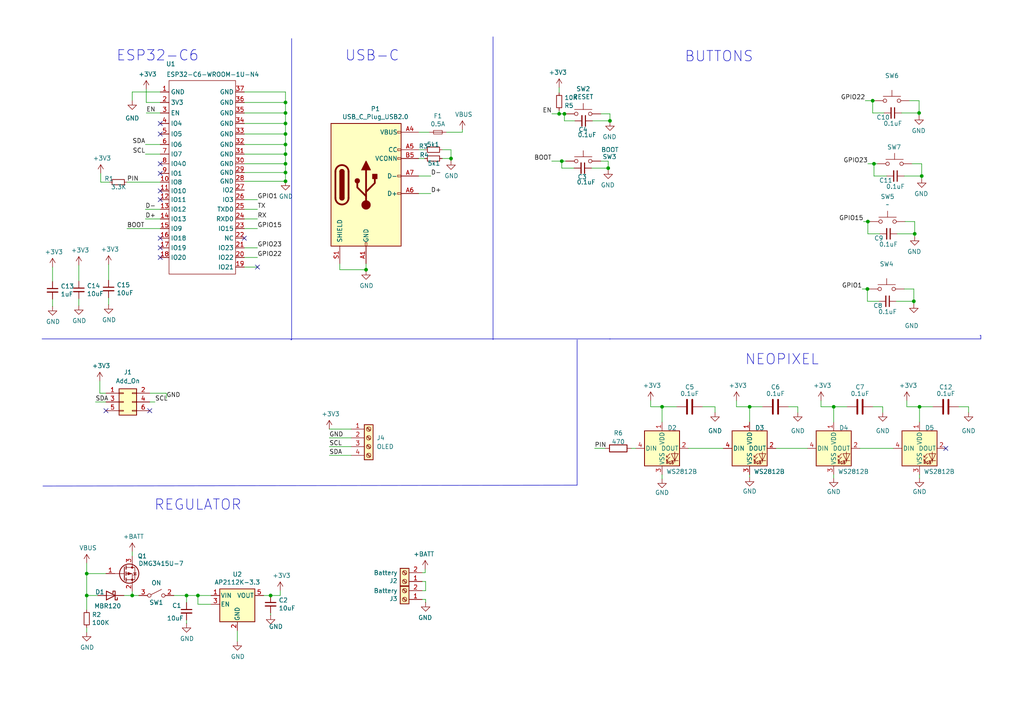
<source format=kicad_sch>
(kicad_sch (version 20231120) (generator "eeschema") (generator_version "8.0")
  (paper "A4")
  (lib_symbols
    (symbol "Connector:Screw_Terminal_01x02" (pin_names (offset 1.016) hide)
      (property "Reference" "J" (at 0 2.54 0))
      (property "Value" "Screw_Terminal_01x02" (at 0 -5.08 0))
      (symbol "Screw_Terminal_01x02_1_1"
        (pin passive line (at -5.08 0 0) (length 3.81) (name "Pin_1") (number "1"))
        (pin passive line (at -5.08 -2.54 0) (length 3.81) (name "Pin_2") (number "2"))
      )
    )
    (symbol "Connector:Screw_Terminal_01x04" (pin_names (offset 1.016) hide)
      (property "Reference" "J" (at 0 5.08 0))
      (property "Value" "Screw_Terminal_01x04" (at 0 -7.62 0))
      (symbol "Screw_Terminal_01x04_1_1"
        (pin passive line (at -5.08 2.54 0) (length 3.81) (name "Pin_1") (number "1"))
        (pin passive line (at -5.08 0 0) (length 3.81) (name "Pin_2") (number "2"))
        (pin passive line (at -5.08 -2.54 0) (length 3.81) (name "Pin_3") (number "3"))
        (pin passive line (at -5.08 -5.08 0) (length 3.81) (name "Pin_4") (number "4"))
      )
    )
    (symbol "Connector_Generic:Conn_02x03_Odd_Even" (pin_names (offset 1.016) hide)
      (property "Reference" "J" (at 1.27 5.08 0))
      (property "Value" "Conn_02x03_Odd_Even" (at 1.27 -5.08 0))
      (symbol "Conn_02x03_Odd_Even_1_1"
        (pin passive line (at -5.08 2.54 0) (length 3.81) (name "Pin_1") (number "1"))
        (pin passive line (at 7.62 2.54 180) (length 3.81) (name "Pin_2") (number "2"))
        (pin passive line (at -5.08 0 0) (length 3.81) (name "Pin_3") (number "3"))
        (pin passive line (at 7.62 0 180) (length 3.81) (name "Pin_4") (number "4"))
        (pin passive line (at -5.08 -2.54 0) (length 3.81) (name "Pin_5") (number "5"))
        (pin passive line (at 7.62 -2.54 180) (length 3.81) (name "Pin_6") (number "6"))
      )
    )
    (symbol "Device:C" (pin_numbers hide) (pin_names (offset 0.254))
      (property "Reference" "C" (at 0.635 2.54 0))
      (property "Value" "C" (at 0.635 -2.54 0))
      (symbol "C_1_1"
        (pin passive line (at 0 3.81 270) (length 2.794) (name "~") (number "1"))
        (pin passive line (at 0 -3.81 90) (length 2.794) (name "~") (number "2"))
      )
    )
    (symbol "Device:C_Small" (pin_numbers hide) (pin_names (offset 0.254) hide)
      (property "Reference" "C" (at 0.254 1.778 0))
      (property "Value" "C_Small" (at 0.254 -2.032 0))
      (symbol "C_Small_1_1"
        (pin passive line (at 0 2.54 270) (length 2.032) (name "~") (number "1"))
        (pin passive line (at 0 -2.54 90) (length 2.032) (name "~") (number "2"))
      )
    )
    (symbol "Device:Fuse_Small" (pin_numbers hide) (pin_names (offset 0.254) hide)
      (property "Reference" "F" (at 0 -1.524 0))
      (property "Value" "Fuse_Small" (at 0 1.524 0))
      (symbol "Fuse_Small_1_1"
        (pin passive line (at -2.54 0 0) (length 1.27) (name "~") (number "1"))
        (pin passive line (at 2.54 0 180) (length 1.27) (name "~") (number "2"))
      )
    )
    (symbol "Device:Q_PMOS_GSD" (pin_names (offset 0) hide)
      (property "Reference" "Q" (at 5.08 1.27 0))
      (property "Value" "Q_PMOS_GSD" (at 5.08 -1.27 0))
      (symbol "Q_PMOS_GSD_1_1"
        (pin input line (at -5.08 0 0) (length 2.54) (name "G") (number "1"))
        (pin passive line (at 2.54 -5.08 90) (length 2.54) (name "S") (number "2"))
        (pin passive line (at 2.54 5.08 270) (length 2.54) (name "D") (number "3"))
      )
    )
    (symbol "Device:R" (pin_numbers hide) (pin_names (offset 0))
      (property "Reference" "R" (at 2.032 0 90))
      (property "Value" "R" (at 0 0 90))
      (symbol "R_1_1"
        (pin passive line (at 0 3.81 270) (length 1.27) (name "~") (number "1"))
        (pin passive line (at 0 -3.81 90) (length 1.27) (name "~") (number "2"))
      )
    )
    (symbol "Device:R_Small" (pin_numbers hide) (pin_names (offset 0.254) hide)
      (property "Reference" "R" (at 0.762 0.508 0))
      (property "Value" "R_Small" (at 0.762 -1.016 0))
      (symbol "R_Small_1_1"
        (pin passive line (at 0 2.54 270) (length 0.762) (name "~") (number "1"))
        (pin passive line (at 0 -2.54 90) (length 0.762) (name "~") (number "2"))
      )
    )
    (symbol "Diode:MBR340" (pin_numbers hide) (pin_names (offset 1.016) hide)
      (property "Reference" "D" (at 0 2.54 0))
      (property "Value" "MBR340" (at 0 -2.54 0))
      (symbol "MBR340_1_1"
        (pin passive line (at -3.81 0 0) (length 2.54) (name "K") (number "1"))
        (pin passive line (at 3.81 0 180) (length 2.54) (name "A") (number "2"))
      )
    )
    (symbol "GND_11" (power) (pin_names (offset 0))
      (property "Value" "GND_11" (at 0 -3.81 0))
      (symbol "GND_11_1_1"
        (pin power_in line (at 0 0 270) (length 0) hide (name "GND") (number "1"))
      )
    )
    (symbol "GND_12" (power) (pin_names (offset 0))
      (property "Value" "GND_12" (at 0 -3.81 0))
      (symbol "GND_12_1_1"
        (pin power_in line (at 0 0 270) (length 0) hide (name "GND") (number "1"))
      )
    )
    (symbol "GND_13" (power) (pin_names (offset 0))
      (property "Value" "GND_13" (at 0 -3.81 0))
      (symbol "GND_13_1_1"
        (pin power_in line (at 0 0 270) (length 0) hide (name "GND") (number "1"))
      )
    )
    (symbol "GND_14" (power) (pin_names (offset 0))
      (property "Value" "GND_14" (at 0 -3.81 0))
      (symbol "GND_14_1_1"
        (pin power_in line (at 0 0 270) (length 0) hide (name "GND") (number "1"))
      )
    )
    (symbol "GND_15" (power) (pin_names (offset 0))
      (property "Value" "GND_15" (at 0 -3.81 0))
      (symbol "GND_15_1_1"
        (pin power_in line (at 0 0 270) (length 0) hide (name "GND") (number "1"))
      )
    )
    (symbol "GND_16" (power) (pin_names (offset 0))
      (property "Value" "GND_16" (at 0 -3.81 0))
      (symbol "GND_16_1_1"
        (pin power_in line (at 0 0 270) (length 0) hide (name "GND") (number "1"))
      )
    )
    (symbol "HunterCat-NFC-rescue:AP2112K-3.3-Regulator_Linear" (pin_names (offset 0.254))
      (property "Reference" "U" (at -5.08 5.715 0))
      (property "Value" "AP2112K-3.3-Regulator_Linear" (at 0 5.715 0))
      (symbol "AP2112K-3.3-Regulator_Linear_1_1"
        (pin power_in line (at -7.62 2.54 0) (length 2.54) (name "VIN") (number "1"))
        (pin power_in line (at 0 -7.62 90) (length 2.54) (name "GND") (number "2"))
        (pin input line (at -7.62 0 0) (length 2.54) (name "EN") (number "3"))
        (pin no_connect line (at 7.62 0 180) (length 2.54) hide (name "NC") (number "4"))
        (pin power_out line (at 7.62 2.54 180) (length 2.54) (name "VOUT") (number "5"))
      )
    )
    (symbol "HunterCat-NFC-rescue:USB_C_Plug_USB2.0-Connector" (pin_names (offset 1.016))
      (property "Reference" "P" (at -10.16 19.05 0))
      (property "Value" "USB_C_Plug_USB2.0-Connector" (at 12.7 19.05 0))
      (symbol "USB_C_Plug_USB2.0-Connector_1_1"
        (pin power_in line (at 0 -22.86 90) (length 5.08) (name "GND") (number "A1"))
        (pin passive line (at 0 -22.86 90) (length 5.08) hide (name "GND") (number "A12"))
        (pin power_in line (at 15.24 15.24 180) (length 5.08) (name "VBUS") (number "A4"))
        (pin bidirectional line (at 15.24 10.16 180) (length 5.08) (name "CC") (number "A5"))
        (pin bidirectional line (at 15.24 -2.54 180) (length 5.08) (name "D+") (number "A6"))
        (pin bidirectional line (at 15.24 2.54 180) (length 5.08) (name "D-") (number "A7"))
        (pin passive line (at 15.24 15.24 180) (length 5.08) hide (name "VBUS") (number "A9"))
        (pin passive line (at 0 -22.86 90) (length 5.08) hide (name "GND") (number "B1"))
        (pin passive line (at 0 -22.86 90) (length 5.08) hide (name "GND") (number "B12"))
        (pin passive line (at 15.24 15.24 180) (length 5.08) hide (name "VBUS") (number "B4"))
        (pin bidirectional line (at 15.24 7.62 180) (length 5.08) (name "VCONN") (number "B5"))
        (pin passive line (at 15.24 15.24 180) (length 5.08) hide (name "VBUS") (number "B9"))
        (pin passive line (at -7.62 -22.86 90) (length 5.08) (name "SHIELD") (number "S1"))
      )
    )
    (symbol "LED:WS2812B" (pin_names (offset 0.254))
      (property "Reference" "D" (at 5.08 5.715 0))
      (property "Value" "WS2812B" (at 1.27 -5.715 0))
      (symbol "WS2812B_0_0"
        (text "RGB" (at 2.286 -4.191 0) (effects (font (size 0.762 0.762))))
      )
      (symbol "WS2812B_1_1"
        (pin power_in line (at 0 7.62 270) (length 2.54) (name "VDD") (number "1"))
        (pin output line (at 7.62 0 180) (length 2.54) (name "DOUT") (number "2"))
        (pin power_in line (at 0 -7.62 90) (length 2.54) (name "VSS") (number "3"))
        (pin input line (at -7.62 0 0) (length 2.54) (name "DIN") (number "4"))
      )
    )
    (symbol "Minino:ESP32-C6-WROOM-1U-N8"
      (property "Reference" "U4" (at -7.874 29.464 0))
      (property "Value" "~" (at 14.224 14.478 0))
      (symbol "ESP32-C6-WROOM-1U-N8_0_0"
        (text "" (at -20.32 -5.08 0) (effects (font (size 1.27 1.27))))
      )
      (symbol "ESP32-C6-WROOM-1U-N8_1_1"
        (pin power_in line (at -12.192 23.622 0) (length 2.54) (name "GND") (number "1"))
        (pin bidirectional line (at -12.192 -2.54 0) (length 2.54) (name "IO8") (number "10"))
        (pin bidirectional line (at -12.192 -5.08 0) (length 2.54) (name "IO10") (number "11"))
        (pin bidirectional line (at -12.192 -7.62 0) (length 2.54) (name "IO11") (number "12"))
        (pin bidirectional line (at -12.192 -10.414 0) (length 2.54) (name "IO12") (number "13"))
        (pin bidirectional line (at -12.192 -13.208 0) (length 2.54) (name "IO13") (number "14"))
        (pin bidirectional line (at -12.192 -16.002 0) (length 2.54) (name "IO9") (number "15"))
        (pin bidirectional line (at -12.192 -18.796 0) (length 2.54) (name "IO18") (number "16"))
        (pin bidirectional line (at -12.192 -21.59 0) (length 2.54) (name "IO19") (number "17"))
        (pin bidirectional line (at -12.192 -24.384 0) (length 2.54) (name "IO20") (number "18"))
        (pin bidirectional line (at 12.192 -27.178 180) (length 2.54) (name "IO21") (number "19"))
        (pin power_in line (at -12.192 20.574 0) (length 2.54) (name "3V3") (number "2"))
        (pin bidirectional line (at 12.192 -24.384 180) (length 2.54) (name "IO22") (number "20"))
        (pin bidirectional line (at 12.192 -21.59 180) (length 2.54) (name "IO23") (number "21"))
        (pin bidirectional line (at 12.192 -18.796 180) (length 2.54) (name "NC") (number "22"))
        (pin power_in line (at 12.192 -16.002 180) (length 2.54) (name "IO15") (number "23"))
        (pin bidirectional line (at 12.192 -13.208 180) (length 2.54) (name "RXD0") (number "24"))
        (pin bidirectional line (at 12.192 -10.414 180) (length 2.54) (name "TXD0") (number "25"))
        (pin bidirectional line (at 12.192 -7.62 180) (length 2.54) (name "IO3") (number "26"))
        (pin bidirectional line (at 12.192 -4.826 180) (length 2.54) (name "IO2") (number "27"))
        (pin power_in line (at 12.192 -2.286 180) (length 2.54) (name "GND") (number "28"))
        (pin power_in line (at 12.192 0.254 180) (length 2.54) (name "GND") (number "29"))
        (pin power_in line (at -12.192 17.526 0) (length 2.54) (name "EN") (number "3"))
        (pin power_in line (at 12.192 2.794 180) (length 2.54) (name "GND") (number "30"))
        (pin power_in line (at 12.192 5.588 180) (length 2.54) (name "GND") (number "31"))
        (pin power_in line (at 12.192 8.382 180) (length 2.54) (name "GND") (number "32"))
        (pin power_in line (at 12.192 11.43 180) (length 2.54) (name "GND") (number "33"))
        (pin power_in line (at 12.192 14.478 180) (length 2.54) (name "GND") (number "34"))
        (pin power_in line (at 12.192 17.526 180) (length 2.54) (name "GND") (number "35"))
        (pin power_in line (at 12.192 20.574 180) (length 2.54) (name "GND") (number "36"))
        (pin power_in line (at 12.192 23.622 180) (length 2.54) (name "GND") (number "37"))
        (pin bidirectional line (at -12.192 14.478 0) (length 2.54) (name "IO4") (number "4"))
        (pin bidirectional line (at -12.192 11.43 0) (length 2.54) (name "IO5") (number "5"))
        (pin bidirectional line (at -12.192 8.382 0) (length 2.54) (name "IO6") (number "6"))
        (pin bidirectional line (at -12.192 5.588 0) (length 2.54) (name "IO7") (number "7"))
        (pin bidirectional line (at -12.192 2.794 0) (length 2.54) (name "IO40") (number "8"))
        (pin bidirectional line (at -12.192 0 0) (length 2.54) (name "IO1") (number "9"))
      )
    )
    (symbol "Switch:SW_Push" (pin_numbers hide) (pin_names (offset 1.016) hide)
      (property "Reference" "SW" (at 1.27 2.54 0))
      (property "Value" "SW_Push" (at 0 -1.524 0))
      (symbol "SW_Push_0_1"
        (pin passive line (at -5.08 0 0) (length 2.54) (name "1") (number "1"))
        (pin passive line (at 5.08 0 180) (length 2.54) (name "2") (number "2"))
      )
    )
    (symbol "Switch:SW_SPST" (pin_names (offset 0) hide)
      (property "Reference" "SW1" (at 0 -2.032 0))
      (property "Value" "ON" (at 0 3.6576 0))
      (symbol "SW_SPST_1_1"
        (pin passive line (at 5.08 0 180) (length 2.54) (name "B") (number "2"))
        (pin passive line (at -5.08 0 0) (length 2.54) (name "A") (number "3"))
      )
    )
    (symbol "power:+3V3" (power) (pin_names (offset 0))
      (property "Value" "+3V3" (at 0 3.556 0))
      (symbol "+3V3_1_1"
        (pin power_in line (at 0 0 90) (length 0) hide (name "+3V3") (number "1"))
      )
    )
    (symbol "power:+BATT" (power) (pin_names (offset 0))
      (property "Value" "+BATT" (at 0 3.556 0))
      (symbol "+BATT_1_1"
        (pin power_in line (at 0 0 90) (length 0) hide (name "+BATT") (number "1"))
      )
    )
    (symbol "power:GND" (power) (pin_numbers hide) (pin_names (offset 0) hide)
      (property "Value" "GND" (at 0 -3.81 0))
      (symbol "GND_1_1"
        (pin power_in line (at 0 0 270) (length 0) (name "~") (number "1"))
      )
    )
    (symbol "power:VBUS" (power) (pin_names (offset 0))
      (property "Value" "VBUS" (at 0 3.81 0))
      (symbol "VBUS_1_1"
        (pin power_in line (at 0 0 90) (length 0) hide (name "VBUS") (number "1"))
      )
    )
  )
  (junction (at 82.804 50.038))
  (junction (at 82.804 44.704))
  (junction (at 163.703 33.02))
  (junction (at 57.404 172.72))
  (junction (at 82.804 35.814))
  (junction (at 266.573 32.766))
  (junction (at 162.941 46.736))
  (junction (at 78.486 172.72))
  (junction (at 82.804 32.766))
  (junction (at 267.335 51.054))
  (junction (at 106.172 78.232))
  (junction (at 266.7 117.983))
  (junction (at 82.804 47.498))
  (junction (at 82.804 38.862))
  (junction (at 265.049 87.376))
  (junction (at 251.714 64.262))
  (junction (at 82.804 41.91))
  (junction (at 130.81 45.974))
  (junction (at 176.911 35.052))
  (junction (at 54.102 172.72))
  (junction (at 162.179 33.02))
  (junction (at 192.024 117.983))
  (junction (at 82.804 29.718))
  (junction (at 38.354 172.72))
  (junction (at 25.146 172.72))
  (junction (at 253.111 29.21))
  (junction (at 265.303 67.818))
  (junction (at 176.403 48.768))
  (junction (at 82.804 52.578))
  (junction (at 241.808 117.983))
  (junction (at 25.146 166.37))
  (junction (at 251.587 83.82))
  (junction (at 253.492 47.498))
  (junction (at 217.424 117.983))
  (no_connect (at 46.482 50.292))
  (no_connect (at 74.676 77.47))
  (no_connect (at 43.434 119.126))
  (no_connect (at 46.482 38.862))
  (no_connect (at 46.482 47.498))
  (no_connect (at 46.482 57.912))
  (no_connect (at 30.734 119.126))
  (no_connect (at 46.482 71.882))
  (no_connect (at 46.482 35.814))
  (no_connect (at 274.32 130.048))
  (no_connect (at 46.482 55.372))
  (no_connect (at 70.866 69.088))
  (no_connect (at 46.482 69.088))
  (no_connect (at 46.482 74.676))
  (wire (pts (xy 22.86 76.962) (xy 22.86 81.534)))
  (wire (pts (xy 253.492 51.054) (xy 253.492 47.498)))
  (wire (pts (xy 98.552 78.232) (xy 106.172 78.232)))
  (wire (pts (xy 46.482 32.766) (xy 42.418 32.766)))
  (wire (pts (xy 253.619 29.21) (xy 253.111 29.21)))
  (wire (pts (xy 130.81 43.434) (xy 130.81 45.974)))
  (wire (pts (xy 162.179 32.004) (xy 162.179 33.02)))
  (wire (pts (xy 176.403 48.768) (xy 176.403 49.276)))
  (wire (pts (xy 252.095 83.82) (xy 251.587 83.82)))
  (wire (pts (xy 74.676 71.882) (xy 70.866 71.882)))
  (wire (pts (xy 82.804 41.91) (xy 82.804 44.704)))
  (wire (pts (xy 82.804 26.67) (xy 82.804 29.718)))
  (wire (pts (xy 238.125 116.205) (xy 238.125 117.983)))
  (wire (pts (xy 95.504 127) (xy 101.854 127)))
  (wire (pts (xy 42.418 25.908) (xy 42.418 29.718)))
  (wire (pts (xy 54.102 179.832) (xy 54.102 180.848)))
  (wire (pts (xy 213.614 117.983) (xy 217.424 117.983)))
  (wire (pts (xy 251.714 47.498) (xy 253.492 47.498)))
  (wire (pts (xy 207.391 119.634) (xy 207.391 117.983)))
  (wire (pts (xy 29.21 52.832) (xy 31.75 52.832)))
  (wire (pts (xy 122.428 166.116) (xy 123.317 166.116)))
  (wire (pts (xy 123.317 166.116) (xy 123.317 165.1)))
  (wire (pts (xy 188.722 116.205) (xy 188.722 117.983)))
  (wire (pts (xy 266.573 32.766) (xy 266.573 33.528)))
  (wire (pts (xy 265.303 67.818) (xy 260.223 67.818)))
  (wire (pts (xy 225.044 130.048) (xy 234.188 130.048)))
  (wire (pts (xy 38.354 26.67) (xy 38.354 29.21)))
  (wire (pts (xy 82.804 35.814) (xy 82.804 38.862)))
  (wire (pts (xy 74.676 77.47) (xy 70.866 77.47)))
  (wire (pts (xy 95.504 132.08) (xy 101.854 132.08)))
  (wire (pts (xy 265.049 87.376) (xy 259.969 87.376)))
  (polyline (pts (xy 177.038 98.298) (xy 176.784 98.298)))
  (wire (pts (xy 82.804 50.038) (xy 82.804 52.578)))
  (wire (pts (xy 192.024 117.983) (xy 192.024 122.428)))
  (wire (pts (xy 70.866 44.704) (xy 82.804 44.704)))
  (wire (pts (xy 95.504 124.46) (xy 101.854 124.46)))
  (wire (pts (xy 130.81 45.974) (xy 130.81 46.609)))
  (wire (pts (xy 43.434 116.586) (xy 44.958 116.586)))
  (wire (pts (xy 162.941 48.768) (xy 162.941 46.736)))
  (wire (pts (xy 25.146 172.72) (xy 25.146 166.37)))
  (wire (pts (xy 38.354 161.29) (xy 38.354 160.02)))
  (wire (pts (xy 74.676 57.912) (xy 70.866 57.912)))
  (polyline (pts (xy 167.386 140.716) (xy 167.386 98.552)))
  (wire (pts (xy 256.413 32.766) (xy 253.111 32.766)))
  (wire (pts (xy 40.259 172.72) (xy 38.354 172.72)))
  (wire (pts (xy 183.134 130.048) (xy 184.404 130.048)))
  (wire (pts (xy 231.394 119.634) (xy 231.394 117.983)))
  (wire (pts (xy 70.866 29.718) (xy 82.804 29.718)))
  (wire (pts (xy 78.486 177.8) (xy 78.486 178.435)))
  (wire (pts (xy 15.24 86.741) (xy 15.24 88.9)))
  (polyline (pts (xy 284.48 97.79) (xy 284.48 97.282)))
  (wire (pts (xy 217.424 117.983) (xy 217.424 122.428)))
  (wire (pts (xy 121.412 56.134) (xy 124.968 56.134)))
  (wire (pts (xy 267.335 51.054) (xy 267.335 51.816)))
  (wire (pts (xy 265.049 87.376) (xy 265.049 88.138)))
  (wire (pts (xy 42.164 44.704) (xy 46.482 44.704)))
  (wire (pts (xy 267.335 47.498) (xy 267.335 51.054)))
  (wire (pts (xy 164.084 33.02) (xy 163.703 33.02)))
  (wire (pts (xy 266.7 137.668) (xy 266.7 138.684)))
  (wire (pts (xy 82.804 38.862) (xy 82.804 41.91)))
  (wire (pts (xy 217.424 138.43) (xy 217.424 137.668)))
  (wire (pts (xy 82.804 47.498) (xy 82.804 50.038)))
  (wire (pts (xy 253.492 47.498) (xy 254.381 47.498)))
  (wire (pts (xy 241.808 117.983) (xy 241.808 122.428)))
  (wire (pts (xy 192.024 138.938) (xy 192.024 137.668)))
  (wire (pts (xy 134.112 38.354) (xy 134.112 37.592)))
  (wire (pts (xy 174.244 46.736) (xy 176.403 46.736)))
  (wire (pts (xy 38.354 172.72) (xy 35.941 172.72)))
  (wire (pts (xy 28.321 172.72) (xy 25.146 172.72)))
  (polyline (pts (xy 12.446 140.97) (xy 167.386 140.716)))
  (wire (pts (xy 263.017 117.983) (xy 266.7 117.983)))
  (wire (pts (xy 265.303 67.818) (xy 265.303 68.58)))
  (wire (pts (xy 57.404 175.26) (xy 61.214 175.26)))
  (wire (pts (xy 262.255 83.82) (xy 265.049 83.82)))
  (wire (pts (xy 36.83 66.294) (xy 46.482 66.294)))
  (wire (pts (xy 54.102 172.72) (xy 57.404 172.72)))
  (wire (pts (xy 266.573 29.21) (xy 266.573 32.766)))
  (wire (pts (xy 174.244 33.02) (xy 176.911 33.02)))
  (wire (pts (xy 280.924 119.634) (xy 280.924 117.983)))
  (wire (pts (xy 129.54 38.354) (xy 134.112 38.354)))
  (wire (pts (xy 176.403 48.768) (xy 171.577 48.768)))
  (wire (pts (xy 74.676 63.5) (xy 70.866 63.5)))
  (wire (pts (xy 70.866 41.91) (xy 82.804 41.91)))
  (wire (pts (xy 241.808 117.983) (xy 245.618 117.983)))
  (wire (pts (xy 70.866 52.578) (xy 82.804 52.578)))
  (wire (pts (xy 46.482 26.67) (xy 38.354 26.67)))
  (wire (pts (xy 176.911 35.052) (xy 171.831 35.052)))
  (wire (pts (xy 256.032 117.983) (xy 253.238 117.983)))
  (polyline (pts (xy 84.582 11.176) (xy 84.582 98.552)))
  (wire (pts (xy 128.27 43.434) (xy 130.81 43.434)))
  (wire (pts (xy 31.496 76.708) (xy 31.496 81.28)))
  (wire (pts (xy 70.866 50.038) (xy 82.804 50.038)))
  (wire (pts (xy 30.734 166.37) (xy 25.146 166.37)))
  (wire (pts (xy 70.866 35.814) (xy 82.804 35.814)))
  (wire (pts (xy 42.418 29.718) (xy 46.482 29.718)))
  (wire (pts (xy 254.889 87.376) (xy 251.587 87.376)))
  (wire (pts (xy 252.349 64.262) (xy 251.714 64.262)))
  (wire (pts (xy 36.83 52.832) (xy 46.482 52.832)))
  (wire (pts (xy 217.424 117.983) (xy 221.107 117.983)))
  (wire (pts (xy 262.509 64.262) (xy 265.303 64.262)))
  (wire (pts (xy 231.394 117.983) (xy 228.727 117.983)))
  (wire (pts (xy 31.496 86.36) (xy 31.496 88.392)))
  (polyline (pts (xy 284.226 97.282) (xy 284.48 97.282)))
  (wire (pts (xy 82.804 44.704) (xy 82.804 47.498)))
  (wire (pts (xy 50.419 172.72) (xy 54.102 172.72)))
  (wire (pts (xy 82.804 29.718) (xy 82.804 32.766)))
  (wire (pts (xy 57.404 172.72) (xy 61.214 172.72)))
  (wire (pts (xy 251.714 67.818) (xy 251.714 64.262)))
  (wire (pts (xy 70.866 47.498) (xy 82.804 47.498)))
  (wire (pts (xy 123.444 168.656) (xy 123.444 171.323)))
  (wire (pts (xy 48.26 115.57) (xy 48.26 114.046)))
  (wire (pts (xy 265.303 64.262) (xy 265.303 67.818)))
  (wire (pts (xy 42.164 60.706) (xy 46.482 60.706)))
  (wire (pts (xy 263.779 29.21) (xy 266.573 29.21)))
  (wire (pts (xy 251.587 83.82) (xy 250.063 83.82)))
  (wire (pts (xy 176.911 33.02) (xy 176.911 35.052)))
  (wire (pts (xy 28.956 114.046) (xy 30.734 114.046)))
  (wire (pts (xy 199.644 130.048) (xy 209.804 130.048)))
  (wire (pts (xy 162.179 33.02) (xy 160.0454 33.02)))
  (wire (pts (xy 29.21 50.292) (xy 29.21 52.832)))
  (wire (pts (xy 121.412 45.974) (xy 123.19 45.974)))
  (wire (pts (xy 122.428 173.863) (xy 123.444 173.863)))
  (wire (pts (xy 122.428 171.323) (xy 123.444 171.323)))
  (wire (pts (xy 176.403 46.736) (xy 176.403 48.768)))
  (wire (pts (xy 250.444 64.262) (xy 251.714 64.262)))
  (wire (pts (xy 28.956 110.49) (xy 28.956 114.046)))
  (wire (pts (xy 123.444 173.863) (xy 123.444 174.752)))
  (wire (pts (xy 162.941 46.736) (xy 160.02 46.736)))
  (wire (pts (xy 78.486 172.72) (xy 81.28 172.72)))
  (wire (pts (xy 70.866 26.67) (xy 82.804 26.67)))
  (wire (pts (xy 42.164 41.91) (xy 46.482 41.91)))
  (wire (pts (xy 166.751 35.052) (xy 163.703 35.052)))
  (wire (pts (xy 253.111 32.766) (xy 253.111 29.21)))
  (wire (pts (xy 166.497 48.768) (xy 162.941 48.768)))
  (wire (pts (xy 98.552 76.454) (xy 98.552 78.232)))
  (wire (pts (xy 241.808 137.668) (xy 241.808 138.684)))
  (wire (pts (xy 176.911 35.052) (xy 176.911 35.306)))
  (wire (pts (xy 81.28 172.72) (xy 81.28 171.323)))
  (wire (pts (xy 164.084 46.736) (xy 162.941 46.736)))
  (wire (pts (xy 264.541 47.498) (xy 267.335 47.498)))
  (polyline (pts (xy 143.002 10.668) (xy 143.002 98.552)))
  (wire (pts (xy 74.676 66.294) (xy 70.866 66.294)))
  (wire (pts (xy 163.703 35.052) (xy 163.703 33.02)))
  (polyline (pts (xy 12.192 98.298) (xy 284.48 98.298)))
  (wire (pts (xy 256.032 119.634) (xy 256.032 117.983)))
  (wire (pts (xy 267.335 51.054) (xy 262.255 51.054)))
  (wire (pts (xy 54.102 174.752) (xy 54.102 172.72)))
  (wire (pts (xy 250.952 29.21) (xy 253.111 29.21)))
  (wire (pts (xy 249.428 130.048) (xy 259.08 130.048)))
  (wire (pts (xy 192.024 117.983) (xy 196.215 117.983)))
  (wire (pts (xy 57.404 175.26) (xy 57.404 172.72)))
  (wire (pts (xy 188.722 117.983) (xy 192.024 117.983)))
  (wire (pts (xy 22.86 86.614) (xy 22.86 88.646)))
  (wire (pts (xy 255.143 67.818) (xy 251.714 67.818)))
  (wire (pts (xy 38.354 171.45) (xy 38.354 172.72)))
  (wire (pts (xy 251.587 87.376) (xy 251.587 83.82)))
  (wire (pts (xy 207.391 117.983) (xy 203.835 117.983)))
  (wire (pts (xy 70.866 38.862) (xy 82.804 38.862)))
  (wire (pts (xy 128.27 45.974) (xy 130.81 45.974)))
  (wire (pts (xy 213.614 116.205) (xy 213.614 117.983)))
  (wire (pts (xy 266.7 117.983) (xy 266.7 122.428)))
  (wire (pts (xy 27.686 116.586) (xy 30.734 116.586)))
  (wire (pts (xy 15.24 77.47) (xy 15.24 81.661)))
  (wire (pts (xy 95.504 129.54) (xy 101.854 129.54)))
  (wire (pts (xy 106.172 78.232) (xy 106.172 78.486)))
  (wire (pts (xy 121.412 51.054) (xy 124.968 51.054)))
  (wire (pts (xy 25.146 172.72) (xy 25.146 176.911)))
  (wire (pts (xy 42.164 63.5) (xy 46.482 63.5)))
  (wire (pts (xy 175.514 130.048) (xy 172.466 130.048)))
  (wire (pts (xy 280.924 117.983) (xy 278.13 117.983)))
  (wire (pts (xy 25.146 181.991) (xy 25.146 183.388)))
  (wire (pts (xy 263.017 116.205) (xy 263.017 117.983)))
  (wire (pts (xy 68.834 182.88) (xy 68.834 186.055)))
  (wire (pts (xy 162.179 25.4) (xy 162.179 26.924)))
  (wire (pts (xy 163.703 33.02) (xy 162.179 33.02)))
  (wire (pts (xy 70.866 32.766) (xy 82.804 32.766)))
  (polyline (pts (xy 84.328 98.552) (xy 84.582 98.552)))
  (wire (pts (xy 25.146 166.37) (xy 25.146 163.322)))
  (wire (pts (xy 121.412 38.354) (xy 124.46 38.354)))
  (wire (pts (xy 121.412 43.434) (xy 123.19 43.434)))
  (wire (pts (xy 266.573 32.766) (xy 261.493 32.766)))
  (wire (pts (xy 122.428 168.656) (xy 123.444 168.656)))
  (wire (pts (xy 238.125 117.983) (xy 241.808 117.983)))
  (wire (pts (xy 82.804 32.766) (xy 82.804 35.814)))
  (wire (pts (xy 76.454 172.72) (xy 78.486 172.72)))
  (wire (pts (xy 48.26 114.046) (xy 43.434 114.046)))
  (wire (pts (xy 266.7 117.983) (xy 270.51 117.983)))
  (wire (pts (xy 265.049 83.82) (xy 265.049 87.376)))
  (wire (pts (xy 70.866 74.676) (xy 74.676 74.676)))
  (wire (pts (xy 257.175 51.054) (xy 253.492 51.054)))
  (wire (pts (xy 74.676 60.706) (xy 70.866 60.706)))
  (wire (pts (xy 106.172 76.454) (xy 106.172 78.232)))
  (polyline (pts (xy 284.48 97.79) (xy 284.48 98.298)))
  (text "NEOPIXEL" (at 226.822 104.394 0) (effects (font (size 3 3))))
  (text "BUTTONS" (at 208.534 16.51 0) (effects (font (size 3 3))))
  (text "REGULATOR" (at 57.404 146.558 0) (effects (font (size 3 3))))
  (text "ESP32-C6" (at 45.72 16.256 0) (effects (font (size 3 3))))
  (text "USB-C" (at 107.95 16.256 0) (effects (font (size 3 3))))
  (label "D-" (at 124.968 51.054 0))
  (label "GND" (at 95.504 127 0))
  (label "BOOT" (at 160.02 46.736 180))
  (label "SCL" (at 95.504 129.54 0))
  (label "GPIO22" (at 74.676 74.676 0))
  (label "PIN" (at 172.466 130.048 0))
  (label "GPIO1" (at 74.676 57.912 0))
  (label "GPIO1" (at 250.063 83.82 180))
  (label "GPIO23" (at 74.676 71.882 0))
  (label "GND" (at 48.26 115.57 0))
  (label "SCL" (at 44.958 116.586 0))
  (label "RX" (at 74.676 63.5 0))
  (label "BOOT" (at 36.83 66.294 0))
  (label "PIN" (at 36.83 52.832 0))
  (label "SDA" (at 27.686 116.586 0))
  (label "GPIO15" (at 74.676 66.294 0))
  (label "TX" (at 74.676 60.706 0))
  (label "D+" (at 124.968 56.134 0))
  (label "GPIO23" (at 251.714 47.498 180))
  (label "SDA" (at 95.504 132.08 0))
  (label "SCL" (at 42.164 44.704 180))
  (label "GPIO22" (at 250.952 29.21 180))
  (label "SDA" (at 42.164 41.91 180))
  (label "D-" (at 42.164 60.706 0))
  (label "EN" (at 42.418 32.766 0))
  (label "GPIO15" (at 250.444 64.262 180))
  (label "EN" (at 160.0454 33.02 180))
  (label "D+" (at 42.164 63.5 0))
  (symbol (lib_id "Connector:Screw_Terminal_01x04") (at 106.934 127 0) (unit 1)
    (property "Reference" "J4" (at 109.22 126.9999 0) (effects (justify left)))
    (property "Value" "OLED" (at 109.22 129.5399 0) (effects (justify left)))
    (property "Footprint" "bsides:Display OLED 128 x32" (effects (hide yes)))
    (property "manf#" "I2C SH1106 Display Oled Azul 128×64 1.3 ” " (effects (hide yes)))
    (property "provedor" "UNIT Electronics" (effects (hide yes)))
  )
  (symbol (lib_id "power:+3V3") (at 28.956 110.49 0) (unit 1)
    (property "Reference" "#PWR043" (effects (hide yes)))
    (property "Value" "+3V3" (at 29.337 106.0958 0))
  )
  (symbol (lib_id "power:+3V3") (at 95.504 124.46 0) (unit 1)
    (property "Reference" "#PWR012" (effects (hide yes)))
    (property "Value" "+3V3" (at 95.885 120.0658 0))
  )
  (symbol (lib_id "power:VBUS") (at 25.146 163.322 0) (unit 1)
    (property "Reference" "#PWR02" (effects (hide yes)))
    (property "Value" "VBUS" (at 25.527 158.9278 0))
  )
  (symbol (lib_id "Device:R_Small") (at 162.179 29.464 0) (mirror x) (unit 1)
    (property "Reference" "R5" (at 163.6776 30.6324 0) (effects (justify left)))
    (property "Value" "10K" (at 163.6776 28.321 0) (effects (justify left)))
    (property "Footprint" "Resistor_SMD:R_0603_1608Metric" (effects (hide yes)))
    (property "Datasheet" "https://datasheet.lcsc.com/lcsc/1811151133_Walsin-Tech-Corp-WR06X104JTL_C163843.pdf" (effects (hide yes)))
    (property "manf#" "CR-03JL7---10K" (effects (hide yes)))
    (property "LCSC#" "C217281" (effects (hide yes)))
    (property "provedor" "LCSC" (effects (hide yes)))
  )
  (symbol (lib_id "LED:WS2812B") (at 217.424 130.048 0) (unit 1)
    (property "Reference" "D3" (at 220.345 124.079 0))
    (property "Value" "WS2812B" (at 223.139 136.779 0))
    (property "Footprint" "LED_SMD:LED_WS2812B-Mini_PLCC4_3.5x3.5mm" (effects (hide yes)))
    (property "Datasheet" "https://datasheet.lcsc.com/lcsc/2005251033_Worldsemi-WS2812B-Mini_C527089.pdf" (effects (hide yes)))
    (property "LCSC#" "C527089" (effects (hide yes)))
    (property "Proveedor" "LCSC" (effects (hide yes)))
    (property "manf#" "WS2812B-Mini" (effects (hide yes)))
  )
  (symbol (lib_id "Connector:Screw_Terminal_01x02") (at 117.348 168.656 180) (unit 1)
    (property "Reference" "J2" (at 115.316 168.4528 0) (effects (justify left)))
    (property "Value" "Battery" (at 115.316 166.1414 0) (effects (justify left)))
    (property "Footprint" "bsides:BH-AA-A1AJ020" (effects (hide yes)))
    (property "LCSC#" "C5290193" (effects (hide yes)))
    (property "manf#" "-" (effects (hide yes)))
    (property "provedor" "-" (effects (hide yes)))
  )
  (symbol (lib_id "power:GND") (at 123.444 174.752 0) (mirror y) (unit 1)
    (property "Reference" "#PWR014" (effects (hide yes)))
    (property "Value" "GND" (at 123.317 179.1462 0))
  )
  (symbol (lib_id "power:+3V3") (at 29.21 50.292 0) (unit 1)
    (property "Reference" "#PWR01" (effects (hide yes)))
    (property "Value" "+3V3" (at 29.591 45.8978 0))
  )
  (symbol (lib_id "Device:C") (at 249.428 117.983 270) (unit 1)
    (property "Reference" "C7" (at 249.428 112.268 90))
    (property "Value" "0.1uF" (at 249.428 114.173 90))
    (property "Footprint" "Capacitor_SMD:C_0603_1608Metric" (effects (hide yes)))
    (property "LCSC#" "C42998" (effects (hide yes)))
    (property "Proveedor" "LCSC" (effects (hide yes)))
    (property "manf#" "0603F104M500NT" (effects (hide yes)))
  )
  (symbol (lib_id "Device:C_Small") (at 78.486 175.26 0) (unit 1)
    (property "Reference" "C2" (at 80.8228 174.0916 0) (effects (justify left)))
    (property "Value" "10uF" (at 80.8228 176.403 0) (effects (justify left)))
    (property "Footprint" "Capacitor_SMD:C_0603_1608Metric" (effects (hide yes)))
    (property "Datasheet" "~https://datasheet.lcsc.com/lcsc/1811021421_Samsung-Electro-Mechanics-CL10A106MP8NNNC_C85713.pdf" (effects (hide yes)))
    (property "provedor" "LCSC" (effects (hide yes)))
    (property "LCSC#" "C85713" (effects (hide yes)))
  )
  (symbol (lib_id "power:GND") (at 106.172 78.486 0) (unit 1)
    (property "Reference" "#PWR015" (effects (hide yes)))
    (property "Value" "GND" (at 106.299 82.8802 0))
  )
  (symbol (lib_id "power:GND") (at 265.303 68.58 0) (mirror y) (unit 1)
    (property "Reference" "#PWR032" (effects (hide yes)))
    (property "Value" "GND" (at 265.176 72.9742 0))
  )
  (symbol (lib_id "power:+3V3") (at 263.017 116.205 0) (unit 1)
    (property "Reference" "#PWR030" (effects (hide yes)))
    (property "Value" "+3V3" (at 263.398 111.8108 0))
  )
  (symbol (lib_id "Device:R_Small") (at 125.73 43.434 270) (unit 1)
    (property "Reference" "R3" (at 122.809 42.418 90))
    (property "Value" "5k1" (at 125.603 41.91 90))
    (property "Footprint" "Resistor_SMD:R_0603_1608Metric" (effects (hide yes)))
    (property "Datasheet" "https://datasheet.lcsc.com/lcsc/1810170519_PANASONIC-ERJ3RBD5101V_C191782.pdf" (effects (hide yes)))
    (property "manf#" "ERJ3RBD5101V" (effects (hide yes)))
    (property "LCSC#" "C191782" (effects (hide yes)))
    (property "provedor" "LCSC" (effects (hide yes)))
  )
  (symbol (lib_id "Switch:SW_Push") (at 257.175 83.82 0) (mirror y) (unit 1)
    (property "Reference" "SW4" (at 257.175 76.581 0))
    (property "Value" "RESET" (effects (hide yes)))
    (property "Footprint" "Button_Switch_SMD:SW_SPST_TL3342" (effects (hide yes)))
    (property "Datasheet" "https://datasheet.lcsc.com/lcsc/2205161616_E-Switch-TL3342F450QG_C2886897.pdf" (effects (hide yes)))
    (property "LCSC#" "C2886897" (effects (hide yes)))
    (property "provedor" "LCSC" (effects (hide yes)))
  )
  (symbol (lib_id "power:+3V3") (at 188.722 116.205 0) (unit 1)
    (property "Reference" "#PWR021" (effects (hide yes)))
    (property "Value" "+3V3" (at 189.103 111.8108 0))
  )
  (symbol (lib_id "power:+3V3") (at 31.496 76.708 0) (unit 1)
    (property "Reference" "#PWR041" (effects (hide yes)))
    (property "Value" "+3V3" (at 31.877 72.3138 0))
  )
  (symbol (lib_id "power:GND") (at 22.86 88.646 0) (unit 1)
    (property "Reference" "#PWR040" (effects (hide yes)))
    (property "Value" "GND" (at 22.987 93.0402 0))
  )
  (symbol (lib_id "Connector_Generic:Conn_02x03_Odd_Even") (at 35.814 116.586 0) (unit 1)
    (property "Reference" "J1" (at 37.084 107.95 0))
    (property "Value" "Add_On" (at 37.084 110.49 0))
    (property "Footprint" "Connector_PinSocket_2.54mm:PinSocket_2x03_P2.54mm_Vertical" (effects (hide yes)))
    (property "Description" "Generic connector, double row, 02x03, odd/even pin numbering scheme (row 1 odd numbers, row 2 even numbers), script generated (kicad-library-utils/schlib/autogen/connector/)" (effects (hide yes)))
  )
  (symbol (lib_id "Switch:SW_Push") (at 169.164 33.02 0) (mirror y) (unit 1)
    (property "Reference" "SW2" (at 169.164 25.781 0))
    (property "Value" "RESET" (at 169.164 28.0924 0))
    (property "Footprint" "Button_Switch_SMD:SW_SPST_TL3342" (effects (hide yes)))
    (property "Datasheet" "https://datasheet.lcsc.com/lcsc/2205161616_E-Switch-TL3342F450QG_C2886897.pdf" (effects (hide yes)))
    (property "LCSC#" "C318889" (effects (hide yes)))
    (property "provedor" "LCSC" (effects (hide yes)))
  )
  (symbol (lib_id "HunterCat-NFC-rescue:AP2112K-3.3-Regulator_Linear") (at 68.834 175.26 0) (unit 1)
    (property "Reference" "U2" (at 68.834 166.5732 0))
    (property "Value" "AP2112K-3.3" (at 68.834 168.8846 0))
    (property "Footprint" "Package_TO_SOT_SMD:SOT-23-5" (effects (hide yes)))
    (property "Datasheet" "https://www.diodes.com/assets/Datasheets/AP2112.pdf" (effects (hide yes)))
    (property "manf#" "AP7365-33WG-7" (effects (hide yes)))
    (property "provedor" "LCSC" (effects (hide yes)))
    (property "LCSC#" "C150742" (effects (hide yes)))
  )
  (symbol (lib_name "GND_15") (lib_id "power:GND") (at 231.394 119.634 0) (unit 1)
    (property "Reference" "#PWR026" (effects (hide yes)))
    (property "Value" "GND" (at 231.394 124.968 0))
  )
  (symbol (lib_id "Device:C_Small") (at 169.291 35.052 270) (mirror x) (unit 1)
    (property "Reference" "C4" (at 167.767 37.592 90) (effects (justify left)))
    (property "Value" "0.1uF" (at 167.513 39.116 90) (effects (justify left)))
    (property "Footprint" "Capacitor_SMD:C_0603_1608Metric" (effects (hide yes)))
    (property "Datasheet" "https://datasheet.lcsc.com/lcsc/1912111437_CCTC-TCC0603COG100J500CT_C376764.pdf" (effects (hide yes)))
    (property "provedor" "LCSC" (effects (hide yes)))
    (property "LCSC#" "C478888" (effects (hide yes)))
  )
  (symbol (lib_id "Device:R_Small") (at 34.29 52.832 270) (unit 1)
    (property "Reference" "R1" (at 31.623 51.816 90))
    (property "Value" "3.3K" (at 34.417 54.229 90))
    (property "Footprint" "Resistor_SMD:R_0603_1608Metric" (effects (hide yes)))
    (property "Datasheet" "https://datasheet.lcsc.com/lcsc/1810170519_PANASONIC-ERJ3RBD5101V_C191782.pdf" (effects (hide yes)))
  )
  (symbol (lib_id "Switch:SW_Push") (at 259.461 47.498 0) (mirror y) (unit 1)
    (property "Reference" "SW7" (at 259.334 42.672 0))
    (property "Footprint" "Button_Switch_SMD:SW_SPST_TL3342" (effects (hide yes)))
    (property "Datasheet" "https://datasheet.lcsc.com/lcsc/2205161616_E-Switch-TL3342F450QG_C2886897.pdf" (effects (hide yes)))
    (property "LCSC#" "C2886897" (effects (hide yes)))
    (property "provedor" "LCSC" (effects (hide yes)))
  )
  (symbol (lib_id "power:GND") (at 176.403 49.276 0) (mirror y) (unit 1)
    (property "Reference" "#PWR019" (effects (hide yes)))
    (property "Value" "GND" (at 176.276 53.6702 0))
  )
  (symbol (lib_name "GND_13") (lib_id "power:GND") (at 241.808 138.684 0) (unit 1)
    (property "Reference" "#PWR028" (effects (hide yes)))
    (property "Value" "GND" (at 241.808 142.621 0))
  )
  (symbol (lib_id "Device:C") (at 224.917 117.983 270) (unit 1)
    (property "Reference" "C6" (at 224.917 112.268 90))
    (property "Value" "0.1uF" (at 224.917 114.173 90))
    (property "Footprint" "Capacitor_SMD:C_0603_1608Metric" (effects (hide yes)))
    (property "LCSC#" "C42998" (effects (hide yes)))
    (property "Proveedor" "LCSC" (effects (hide yes)))
    (property "manf#" "0603F104M500NT" (effects (hide yes)))
  )
  (symbol (lib_id "Device:R_Small") (at 125.73 45.974 270) (unit 1)
    (property "Reference" "R4" (at 123.063 44.958 90))
    (property "Value" "5k1" (at 125.857 47.371 90))
    (property "Footprint" "Resistor_SMD:R_0603_1608Metric" (effects (hide yes)))
    (property "Datasheet" "https://datasheet.lcsc.com/lcsc/1810170519_PANASONIC-ERJ3RBD5101V_C191782.pdf" (effects (hide yes)))
    (property "manf#" "ERJ3RBD5101V" (effects (hide yes)))
    (property "LCSC#" "C191782" (effects (hide yes)))
    (property "provedor" "LCSC" (effects (hide yes)))
  )
  (symbol (lib_id "Device:C_Small") (at 169.037 48.768 270) (mirror x) (unit 1)
    (property "Reference" "C3" (at 167.513 51.308 90) (effects (justify left)))
    (property "Value" "0.1uF" (at 167.259 52.832 90) (effects (justify left)))
    (property "Footprint" "Capacitor_SMD:C_0603_1608Metric" (effects (hide yes)))
    (property "Datasheet" "https://datasheet.lcsc.com/lcsc/1912111437_CCTC-TCC0603COG100J500CT_C376764.pdf" (effects (hide yes)))
    (property "provedor" "LCSC" (effects (hide yes)))
    (property "LCSC#" "C478888" (effects (hide yes)))
  )
  (symbol (lib_id "power:+3V3") (at 15.24 77.47 0) (unit 1)
    (property "Reference" "#PWR037" (effects (hide yes)))
    (property "Value" "+3V3" (at 15.621 73.0758 0))
  )
  (symbol (lib_id "Device:C_Small") (at 257.683 67.818 270) (mirror x) (unit 1)
    (property "Reference" "C9" (at 254.889 69.088 90))
    (property "Value" "0.1uF" (at 257.683 70.866 90))
    (property "Footprint" "Capacitor_SMD:C_0603_1608Metric" (effects (hide yes)))
    (property "Description" "Unpolarized capacitor, small symbol" (effects (hide yes)))
  )
  (symbol (lib_id "power:GND") (at 68.834 186.055 0) (unit 1)
    (property "Reference" "#PWR08" (effects (hide yes)))
    (property "Value" "GND" (at 68.961 190.4492 0))
  )
  (symbol (lib_id "Device:C_Small") (at 259.715 51.054 270) (mirror x) (unit 1)
    (property "Reference" "C11" (at 256.921 52.324 90))
    (property "Value" "0.1uF" (at 259.715 54.102 90))
    (property "Footprint" "Capacitor_SMD:C_0603_1608Metric" (effects (hide yes)))
    (property "Description" "Unpolarized capacitor, small symbol" (effects (hide yes)))
  )
  (symbol (lib_id "Device:R_Small") (at 25.146 179.451 0) (unit 1)
    (property "Reference" "R2" (at 26.6446 178.2826 0) (effects (justify left)))
    (property "Value" "100K" (at 26.6446 180.594 0) (effects (justify left)))
    (property "Footprint" "Resistor_SMD:R_0603_1608Metric" (effects (hide yes)))
    (property "Datasheet" "https://datasheet.lcsc.com/lcsc/1811151133_Walsin-Tech-Corp-WR06X104JTL_C163843.pdf" (effects (hide yes)))
    (property "LCSC#" "C25803" (effects (hide yes)))
    (property "provedor" "LCSC" (effects (hide yes)))
    (property "Proveedor" "LCSC" (effects (hide yes)))
  )
  (symbol (lib_id "LED:WS2812B") (at 241.808 130.048 0) (unit 1)
    (property "Reference" "D4" (at 244.729 124.079 0))
    (property "Value" "WS2812B" (at 247.523 136.779 0))
    (property "Footprint" "LED_SMD:LED_WS2812B-Mini_PLCC4_3.5x3.5mm" (effects (hide yes)))
    (property "Datasheet" "https://datasheet.lcsc.com/lcsc/2005251033_Worldsemi-WS2812B-Mini_C527089.pdf" (effects (hide yes)))
    (property "LCSC#" "C527089" (effects (hide yes)))
    (property "Proveedor" "LCSC" (effects (hide yes)))
    (property "manf#" "WS2812B-Mini" (effects (hide yes)))
  )
  (symbol (lib_id "Switch:SW_Push") (at 258.699 29.21 0) (mirror y) (unit 1)
    (property "Reference" "SW6" (at 258.699 21.971 0))
    (property "Value" "RESET" (effects (hide yes)))
    (property "Footprint" "Button_Switch_SMD:SW_SPST_TL3342" (effects (hide yes)))
    (property "Datasheet" "https://datasheet.lcsc.com/lcsc/2205161616_E-Switch-TL3342F450QG_C2886897.pdf" (effects (hide yes)))
    (property "LCSC#" "C2886897" (effects (hide yes)))
    (property "provedor" "LCSC" (effects (hide yes)))
  )
  (symbol (lib_id "power:GND") (at 130.81 46.609 0) (unit 1)
    (property "Reference" "#PWR016" (effects (hide yes)))
    (property "Value" "GND" (at 130.937 51.0032 0))
  )
  (symbol (lib_id "Diode:MBR340") (at 32.131 172.72 180) (unit 1)
    (property "Reference" "D1" (at 28.956 171.704 0))
    (property "Value" "MBR120" (at 31.242 175.768 0))
    (property "Footprint" "Diode_SMD:D_SOD-123F" (effects (hide yes)))
    (property "Datasheet" "http://www.onsemi.com/pub_link/Collateral/MBR340-D.PDF" (effects (hide yes)))
    (property "provedor" "LCSC" (effects (hide yes)))
    (property "LCSC#" "C130880" (effects (hide yes)))
    (property "manf#" "MBR120LSF" (effects (hide yes)))
  )
  (symbol (lib_id "power:GND") (at 15.24 88.9 0) (unit 1)
    (property "Reference" "#PWR038" (effects (hide yes)))
    (property "Value" "GND" (at 15.367 93.2942 0))
  )
  (symbol (lib_id "Switch:SW_Push") (at 169.164 46.736 0) (mirror y) (unit 1)
    (property "Reference" "SW3" (at 176.784 45.466 0))
    (property "Value" "BOOT" (at 176.911 43.434 0))
    (property "Footprint" "Button_Switch_SMD:SW_SPST_TL3342" (effects (hide yes)))
    (property "Datasheet" "https://datasheet.lcsc.com/lcsc/2205161616_E-Switch-TL3342F450QG_C2886897.pdf" (effects (hide yes)))
    (property "LCSC#" "C318889" (effects (hide yes)))
    (property "provedor" "LCSC" (effects (hide yes)))
  )
  (symbol (lib_id "Device:C_Small") (at 257.429 87.376 270) (mirror x) (unit 1)
    (property "Reference" "C8" (at 254.635 88.646 90))
    (property "Value" "0.1uF" (at 257.429 90.424 90))
    (property "Footprint" "Capacitor_SMD:C_0603_1608Metric" (effects (hide yes)))
    (property "Description" "Unpolarized capacitor, small symbol" (effects (hide yes)))
  )
  (symbol (lib_id "Device:C_Small") (at 15.24 84.201 0) (unit 1)
    (property "Reference" "C13" (at 17.5768 83.0326 0) (effects (justify left)))
    (property "Value" "1uF" (at 17.5768 85.344 0) (effects (justify left)))
    (property "Footprint" "Capacitor_SMD:C_0603_1608Metric" (effects (hide yes)))
    (property "Datasheet" "https://datasheet.lcsc.com/lcsc/1912111437_CCTC-TCC0603COG100J500CT_C376764.pdf" (effects (hide yes)))
    (property "provedor" "LCSC" (effects (hide yes)))
    (property "LCSC#" "C15849" (effects (hide yes)))
  )
  (symbol (lib_id "LED:WS2812B") (at 266.7 130.048 0) (unit 1)
    (property "Reference" "D5" (at 269.621 124.079 0))
    (property "Value" "WS2812B" (at 272.415 136.779 0))
    (property "Footprint" "LED_SMD:LED_WS2812B-Mini_PLCC4_3.5x3.5mm" (effects (hide yes)))
    (property "Datasheet" "https://datasheet.lcsc.com/lcsc/2005251033_Worldsemi-WS2812B-Mini_C527089.pdf" (effects (hide yes)))
    (property "LCSC#" "C527089" (effects (hide yes)))
    (property "Proveedor" "LCSC" (effects (hide yes)))
    (property "manf#" "WS2812B-Mini" (effects (hide yes)))
  )
  (symbol (lib_id "Switch:SW_Push") (at 257.429 64.262 0) (mirror y) (unit 1)
    (property "Reference" "SW5" (at 257.429 57.023 0))
    (property "Value" "~" (at 257.429 59.3344 0))
    (property "Footprint" "Button_Switch_SMD:SW_SPST_TL3342" (effects (hide yes)))
    (property "Datasheet" "https://datasheet.lcsc.com/lcsc/2205161616_E-Switch-TL3342F450QG_C2886897.pdf" (effects (hide yes)))
    (property "LCSC#" "C2886897" (effects (hide yes)))
    (property "provedor" "LCSC" (effects (hide yes)))
  )
  (symbol (lib_id "power:GND") (at 265.049 88.138 0) (mirror y) (unit 1)
    (property "Reference" "#PWR031" (effects (hide yes)))
    (property "Value" "GND" (at 264.414 94.488 0))
  )
  (symbol (lib_name "GND_11") (lib_id "power:GND") (at 192.024 138.938 0) (unit 1)
    (property "Reference" "#PWR022" (effects (hide yes)))
    (property "Value" "GND" (at 192.024 142.875 0))
  )
  (symbol (lib_id "HunterCat-NFC-rescue:USB_C_Plug_USB2.0-Connector") (at 106.172 53.594 0) (unit 1)
    (property "Reference" "P1" (at 108.8898 31.5722 0))
    (property "Value" "USB_C_Plug_USB2.0" (at 108.8898 33.8836 0))
    (property "Footprint" "bsides:C393939" (effects (hide yes)))
    (property "Datasheet" "https://datasheet.lcsc.com/lcsc/2108132030_Korean-Hroparts-Elec-TYPE-C-31-M-31_C2760486.pdf" (effects (hide yes)))
    (property "manf#" "TYPE-C-31-M-31" (effects (hide yes)))
    (property "LCSC#" "C2987386" (effects (hide yes)))
    (property "provedor" "LCSC" (effects (hide yes)))
  )
  (symbol (lib_id "power:+3V3") (at 22.86 76.962 0) (unit 1)
    (property "Reference" "#PWR039" (effects (hide yes)))
    (property "Value" "+3V3" (at 23.241 72.5678 0))
  )
  (symbol (lib_id "power:GND") (at 31.496 88.392 0) (unit 1)
    (property "Reference" "#PWR042" (effects (hide yes)))
    (property "Value" "GND" (at 31.623 92.7862 0))
  )
  (symbol (lib_id "power:+BATT") (at 38.354 160.02 0) (unit 1)
    (property "Reference" "#PWR06" (effects (hide yes)))
    (property "Value" "+BATT" (at 38.735 155.6258 0))
  )
  (symbol (lib_id "power:+3V3") (at 81.28 171.323 0) (unit 1)
    (property "Reference" "#PWR011" (effects (hide yes)))
    (property "Value" "+3V3" (at 81.661 166.9288 0))
  )
  (symbol (lib_name "GND_16") (lib_id "power:GND") (at 207.391 119.634 0) (unit 1)
    (property "Reference" "#PWR023" (effects (hide yes)))
    (property "Value" "GND" (at 207.391 124.968 0))
  )
  (symbol (lib_id "Minino:ESP32-C6-WROOM-1U-N8") (at 58.674 50.292 0) (unit 1)
    (property "Reference" "U1" (at 49.53 18.542 0))
    (property "Value" "ESP32-C6-WROOM-1U-N4" (at 61.722 21.59 0))
    (property "Footprint" "bsides:XCVR_ESP32-C6-WROOM-1-N8" (effects (hide yes)))
    (property "manf#" "ESP32-C6-WROOM-1U-N4" (effects (hide yes)))
    (property "provedor" "MOUSER" (effects (hide yes)))
  )
  (symbol (lib_id "Switch:SW_SPST") (at 45.339 172.72 0) (unit 1)
    (property "Reference" "SW1" (at 45.339 174.752 0))
    (property "Value" "ON" (at 45.339 169.0624 0))
    (property "Footprint" "bsides:MSK12C02" (effects (hide yes)))
    (property "Datasheet" "https://www.mouser.mx/datasheet/2/60/js-1841892.pdf" (effects (hide yes)))
    (property "LCSC#" "-" (effects (hide yes)))
    (property "manf#" "JS102011SAQN" (effects (hide yes)))
    (property "provedor" "MOUSER" (effects (hide yes)))
  )
  (symbol (lib_id "power:GND") (at 267.335 51.816 0) (mirror y) (unit 1)
    (property "Reference" "#PWR035" (effects (hide yes)))
    (property "Value" "GND" (at 267.208 56.2102 0))
  )
  (symbol (lib_id "Device:C_Small") (at 258.953 32.766 270) (mirror x) (unit 1)
    (property "Reference" "C10" (at 256.159 34.036 90))
    (property "Value" "0.1uF" (at 258.953 35.814 90))
    (property "Footprint" "Capacitor_SMD:C_0603_1608Metric" (effects (hide yes)))
    (property "Description" "Unpolarized capacitor, small symbol" (effects (hide yes)))
  )
  (symbol (lib_id "Device:Fuse_Small") (at 127 38.354 0) (unit 1)
    (property "Reference" "F1" (at 127 33.655 0))
    (property "Value" "0.5A" (at 127 35.9664 0))
    (property "Footprint" "Fuse:Fuse_0805_2012Metric" (effects (hide yes)))
    (property "manf#" "MFU0805FF00500P100" (effects (hide yes)))
    (property "provedor" "MOUSER" (effects (hide yes)))
    (property "LCSC#" "-" (effects (hide yes)))
  )
  (symbol (lib_id "Connector:Screw_Terminal_01x02") (at 117.348 173.863 180) (unit 1)
    (property "Reference" "J3" (at 115.316 173.6598 0) (effects (justify left)))
    (property "Value" "Battery" (at 115.316 171.3484 0) (effects (justify left)))
    (property "Footprint" "bsides:BH-AA-A1AJ020" (effects (hide yes)))
    (property "LCSC#" "C5290193" (effects (hide yes)))
    (property "manf#" "-" (effects (hide yes)))
    (property "provedor" "-" (effects (hide yes)))
  )
  (symbol (lib_id "Device:C_Small") (at 31.496 83.82 0) (unit 1)
    (property "Reference" "C15" (at 33.8328 82.6516 0) (effects (justify left)))
    (property "Value" "10uF" (at 33.8328 84.963 0) (effects (justify left)))
    (property "Footprint" "Capacitor_SMD:C_0603_1608Metric" (effects (hide yes)))
    (property "Datasheet" "https://datasheet.lcsc.com/lcsc/1912111437_CCTC-TCC0603COG100J500CT_C376764.pdf" (effects (hide yes)))
    (property "provedor" "LCSC" (effects (hide yes)))
    (property "LCSC#" "C85713" (effects (hide yes)))
  )
  (symbol (lib_id "LED:WS2812B") (at 192.024 130.048 0) (unit 1)
    (property "Reference" "D2" (at 194.945 124.079 0))
    (property "Value" "WS2812B" (at 197.739 136.779 0))
    (property "Footprint" "LED_SMD:LED_WS2812B-Mini_PLCC4_3.5x3.5mm" (effects (hide yes)))
    (property "Datasheet" "https://datasheet.lcsc.com/lcsc/2005251033_Worldsemi-WS2812B-Mini_C527089.pdf" (effects (hide yes)))
    (property "LCSC#" "C527089" (effects (hide yes)))
    (property "Proveedor" "LCSC" (effects (hide yes)))
    (property "manf#" "WS2812B-Mini" (effects (hide yes)))
  )
  (symbol (lib_id "power:GND") (at 38.354 29.21 0) (unit 1)
    (property "Reference" "#PWR04" (effects (hide yes)))
    (property "Value" "GND" (at 38.354 34.29 0))
  )
  (symbol (lib_id "power:+BATT") (at 123.317 165.1 0) (mirror y) (unit 1)
    (property "Reference" "#PWR013" (effects (hide yes)))
    (property "Value" "+BATT" (at 122.936 160.7058 0))
  )
  (symbol (lib_id "Device:C_Small") (at 22.86 84.074 0) (unit 1)
    (property "Reference" "C14" (at 25.1968 82.9056 0) (effects (justify left)))
    (property "Value" "10uF" (at 25.1968 85.217 0) (effects (justify left)))
    (property "Footprint" "Capacitor_SMD:C_0603_1608Metric" (effects (hide yes)))
    (property "Datasheet" "https://datasheet.lcsc.com/lcsc/1912111437_CCTC-TCC0603COG100J500CT_C376764.pdf" (effects (hide yes)))
    (property "provedor" "LCSC" (effects (hide yes)))
    (property "LCSC#" "C85713" (effects (hide yes)))
  )
  (symbol (lib_id "Device:C_Small") (at 54.102 177.292 0) (unit 1)
    (property "Reference" "C1" (at 49.911 175.641 0) (effects (justify left)))
    (property "Value" "10uF" (at 48.387 179.324 0) (effects (justify left)))
    (property "Footprint" "Capacitor_SMD:C_0603_1608Metric" (effects (hide yes)))
    (property "Datasheet" "~https://datasheet.lcsc.com/lcsc/1811021421_Samsung-Electro-Mechanics-CL10A106MP8NNNC_C85713.pdf" (effects (hide yes)))
    (property "provedor" "LCSC" (effects (hide yes)))
    (property "LCSC#" "C85713" (effects (hide yes)))
  )
  (symbol (lib_id "power:+3V3") (at 42.418 25.908 0) (unit 1)
    (property "Reference" "#PWR05" (effects (hide yes)))
    (property "Value" "+3V3" (at 42.799 21.5138 0))
  )
  (symbol (lib_id "Device:C") (at 274.32 117.983 270) (unit 1)
    (property "Reference" "C12" (at 274.32 112.268 90))
    (property "Value" "0.1uF" (at 274.32 114.173 90))
    (property "Footprint" "Capacitor_SMD:C_0603_1608Metric" (effects (hide yes)))
    (property "LCSC#" "C42998" (effects (hide yes)))
    (property "Proveedor" "LCSC" (effects (hide yes)))
    (property "manf#" "0603F104M500NT" (effects (hide yes)))
  )
  (symbol (lib_id "Device:C") (at 200.025 117.983 270) (unit 1)
    (property "Reference" "C5" (at 200.025 112.268 90))
    (property "Value" "0.1uF" (at 200.025 114.173 90))
    (property "Footprint" "Capacitor_SMD:C_0603_1608Metric" (effects (hide yes)))
    (property "LCSC#" "C42998" (effects (hide yes)))
    (property "Proveedor" "LCSC" (effects (hide yes)))
    (property "manf#" "0603F104M500NT" (effects (hide yes)))
  )
  (symbol (lib_id "power:GND") (at 54.102 180.848 0) (unit 1)
    (property "Reference" "#PWR07" (effects (hide yes)))
    (property "Value" "GND" (at 54.229 185.2422 0))
  )
  (symbol (lib_name "GND_13") (lib_id "power:GND") (at 266.7 138.684 0) (unit 1)
    (property "Reference" "#PWR034" (effects (hide yes)))
    (property "Value" "GND" (at 266.7 142.621 0))
  )
  (symbol (lib_id "Device:R") (at 179.324 130.048 90) (unit 1)
    (property "Reference" "R6" (at 179.324 125.603 90))
    (property "Value" "470" (at 179.324 128.143 90))
    (property "Footprint" "Resistor_SMD:R_0603_1608Metric" (effects (hide yes)))
    (property "LCSC#" "C103661" (effects (hide yes)))
    (property "manf#" "RTT03471JTP" (effects (hide yes)))
  )
  (symbol (lib_id "power:VBUS") (at 134.112 37.592 0) (unit 1)
    (property "Reference" "#PWR017" (effects (hide yes)))
    (property "Value" "VBUS" (at 134.493 33.1978 0))
  )
  (symbol (lib_id "power:+3V3") (at 162.179 25.4 0) (mirror y) (unit 1)
    (property "Reference" "#PWR018" (effects (hide yes)))
    (property "Value" "+3V3" (at 161.798 21.0058 0))
  )
  (symbol (lib_id "power:GND") (at 78.486 178.435 0) (unit 1)
    (property "Reference" "#PWR010" (effects (hide yes)))
    (property "Value" "GND" (at 80.01 181.737 0))
  )
  (symbol (lib_id "power:+3V3") (at 213.614 116.205 0) (unit 1)
    (property "Reference" "#PWR024" (effects (hide yes)))
    (property "Value" "+3V3" (at 213.995 111.8108 0))
  )
  (symbol (lib_name "GND_14") (lib_id "power:GND") (at 280.924 119.634 0) (unit 1)
    (property "Reference" "#PWR036" (effects (hide yes)))
    (property "Value" "GND" (at 280.924 124.968 0))
  )
  (symbol (lib_id "power:GND") (at 266.573 33.528 0) (mirror y) (unit 1)
    (property "Reference" "#PWR033" (effects (hide yes)))
    (property "Value" "GND" (at 266.446 37.9222 0))
  )
  (symbol (lib_id "power:+3V3") (at 238.125 116.205 0) (unit 1)
    (property "Reference" "#PWR027" (effects (hide yes)))
    (property "Value" "+3V3" (at 238.506 111.8108 0))
  )
  (symbol (lib_name "GND_14") (lib_id "power:GND") (at 256.032 119.634 0) (unit 1)
    (property "Reference" "#PWR029" (effects (hide yes)))
    (property "Value" "GND" (at 256.032 124.968 0))
  )
  (symbol (lib_name "GND_12") (lib_id "power:GND") (at 217.424 138.43 0) (unit 1)
    (property "Reference" "#PWR025" (effects (hide yes)))
    (property "Value" "GND" (at 217.424 142.494 0))
  )
  (symbol (lib_id "power:GND") (at 176.911 35.306 0) (mirror y) (unit 1)
    (property "Reference" "#PWR020" (effects (hide yes)))
    (property "Value" "GND" (at 176.784 39.7002 0))
  )
  (symbol (lib_id "power:GND") (at 82.804 52.578 0) (unit 1)
    (property "Reference" "#PWR09" (effects (hide yes)))
    (property "Value" "GND" (at 82.931 56.9722 0))
  )
  (symbol (lib_id "power:GND") (at 25.146 183.388 0) (unit 1)
    (property "Reference" "#PWR03" (effects (hide yes)))
    (property "Value" "GND" (at 25.273 187.7822 0))
  )
  (symbol (lib_id "Device:Q_PMOS_GSD") (at 35.814 166.37 0) (unit 1)
    (property "Reference" "Q1" (at 39.878 161.29 0) (effects (justify left)))
    (property "Value" "DMG3415U-7" (at 40.132 163.449 0) (effects (justify left)))
    (property "Footprint" "Package_TO_SOT_SMD:SOT-23" (effects (hide yes)))
    (property "Datasheet" "https://www.mouser.mx/datasheet/2/115/ds31735-64958.pdf" (effects (hide yes)))
    (property "LCSC#" "C96616" (effects (hide yes)))
    (property "manf#" "DMG3415U-7" (effects (hide yes)))
    (property "provedor" "LCSC" (effects (hide yes)))
  )
)
</source>
